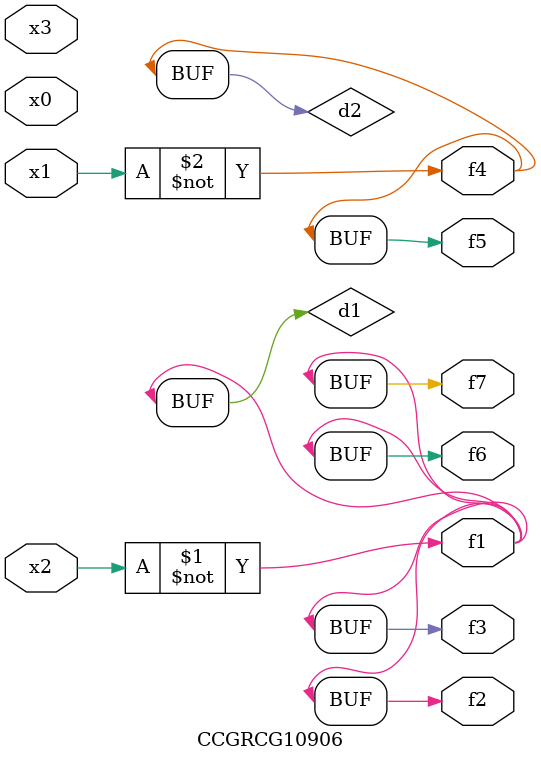
<source format=v>
module CCGRCG10906(
	input x0, x1, x2, x3,
	output f1, f2, f3, f4, f5, f6, f7
);

	wire d1, d2;

	xnor (d1, x2);
	not (d2, x1);
	assign f1 = d1;
	assign f2 = d1;
	assign f3 = d1;
	assign f4 = d2;
	assign f5 = d2;
	assign f6 = d1;
	assign f7 = d1;
endmodule

</source>
